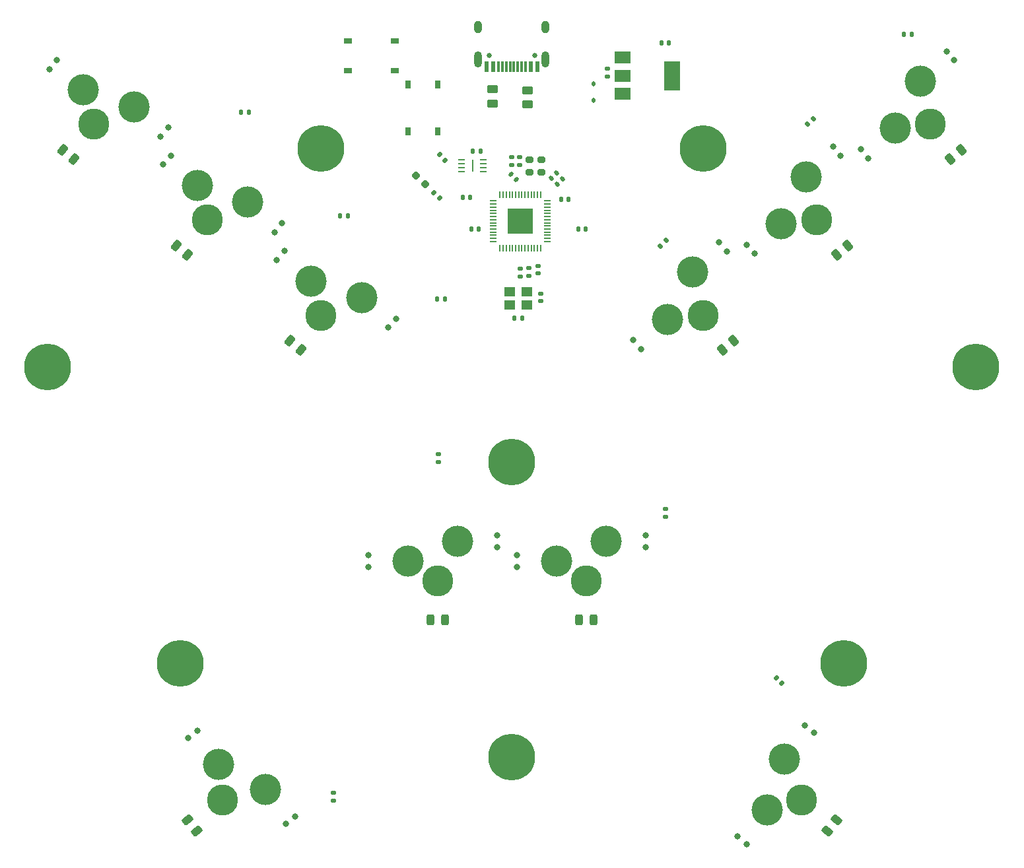
<source format=gbr>
%TF.GenerationSoftware,KiCad,Pcbnew,7.0.5*%
%TF.CreationDate,2023-07-04T17:16:00-06:00*%
%TF.ProjectId,keyboard,6b657962-6f61-4726-942e-6b696361645f,0.1*%
%TF.SameCoordinates,Original*%
%TF.FileFunction,Soldermask,Top*%
%TF.FilePolarity,Negative*%
%FSLAX46Y46*%
G04 Gerber Fmt 4.6, Leading zero omitted, Abs format (unit mm)*
G04 Created by KiCad (PCBNEW 7.0.5) date 2023-07-04 17:16:00*
%MOMM*%
%LPD*%
G01*
G04 APERTURE LIST*
G04 Aperture macros list*
%AMRoundRect*
0 Rectangle with rounded corners*
0 $1 Rounding radius*
0 $2 $3 $4 $5 $6 $7 $8 $9 X,Y pos of 4 corners*
0 Add a 4 corners polygon primitive as box body*
4,1,4,$2,$3,$4,$5,$6,$7,$8,$9,$2,$3,0*
0 Add four circle primitives for the rounded corners*
1,1,$1+$1,$2,$3*
1,1,$1+$1,$4,$5*
1,1,$1+$1,$6,$7*
1,1,$1+$1,$8,$9*
0 Add four rect primitives between the rounded corners*
20,1,$1+$1,$2,$3,$4,$5,0*
20,1,$1+$1,$4,$5,$6,$7,0*
20,1,$1+$1,$6,$7,$8,$9,0*
20,1,$1+$1,$8,$9,$2,$3,0*%
G04 Aperture macros list end*
%ADD10R,1.000000X0.750000*%
%ADD11C,6.000000*%
%ADD12C,3.987800*%
%ADD13C,0.800000*%
%ADD14C,4.000000*%
%ADD15RoundRect,0.140000X0.140000X0.170000X-0.140000X0.170000X-0.140000X-0.170000X0.140000X-0.170000X0*%
%ADD16RoundRect,0.135000X0.185000X-0.135000X0.185000X0.135000X-0.185000X0.135000X-0.185000X-0.135000X0*%
%ADD17RoundRect,0.243750X0.106549X-0.506187X0.479995X-0.192828X-0.106549X0.506187X-0.479995X0.192828X0*%
%ADD18RoundRect,0.135000X-0.185000X0.135000X-0.185000X-0.135000X0.185000X-0.135000X0.185000X0.135000X0*%
%ADD19RoundRect,0.135000X-0.226274X-0.035355X-0.035355X-0.226274X0.226274X0.035355X0.035355X0.226274X0*%
%ADD20RoundRect,0.135000X0.035355X-0.226274X0.226274X-0.035355X-0.035355X0.226274X-0.226274X0.035355X0*%
%ADD21RoundRect,0.140000X-0.140000X-0.170000X0.140000X-0.170000X0.140000X0.170000X-0.140000X0.170000X0*%
%ADD22RoundRect,0.200000X-0.275000X0.200000X-0.275000X-0.200000X0.275000X-0.200000X0.275000X0.200000X0*%
%ADD23RoundRect,0.243750X-0.479995X-0.192828X-0.106549X-0.506187X0.479995X0.192828X0.106549X0.506187X0*%
%ADD24RoundRect,0.140000X-0.170000X0.140000X-0.170000X-0.140000X0.170000X-0.140000X0.170000X0.140000X0*%
%ADD25RoundRect,0.140000X0.170000X-0.140000X0.170000X0.140000X-0.170000X0.140000X-0.170000X-0.140000X0*%
%ADD26RoundRect,0.243750X-0.506187X-0.106549X-0.192828X-0.479995X0.506187X0.106549X0.192828X0.479995X0*%
%ADD27R,0.812800X0.254000*%
%ADD28R,0.203200X1.600200*%
%ADD29RoundRect,0.140000X0.021213X-0.219203X0.219203X-0.021213X-0.021213X0.219203X-0.219203X0.021213X0*%
%ADD30RoundRect,0.243750X-0.243750X-0.456250X0.243750X-0.456250X0.243750X0.456250X-0.243750X0.456250X0*%
%ADD31RoundRect,0.135000X0.135000X0.185000X-0.135000X0.185000X-0.135000X-0.185000X0.135000X-0.185000X0*%
%ADD32RoundRect,0.135000X-0.135000X-0.185000X0.135000X-0.185000X0.135000X0.185000X-0.135000X0.185000X0*%
%ADD33RoundRect,0.243750X0.192828X-0.479995X0.506187X-0.106549X-0.192828X0.479995X-0.506187X0.106549X0*%
%ADD34RoundRect,0.050000X-0.387500X-0.050000X0.387500X-0.050000X0.387500X0.050000X-0.387500X0.050000X0*%
%ADD35RoundRect,0.050000X-0.050000X-0.387500X0.050000X-0.387500X0.050000X0.387500X-0.050000X0.387500X0*%
%ADD36R,3.200000X3.200000*%
%ADD37RoundRect,0.135000X0.226274X0.035355X0.035355X0.226274X-0.226274X-0.035355X-0.035355X-0.226274X0*%
%ADD38RoundRect,0.218750X-0.335876X-0.026517X-0.026517X-0.335876X0.335876X0.026517X0.026517X0.335876X0*%
%ADD39R,1.400000X1.200000*%
%ADD40RoundRect,0.140000X0.219203X0.021213X0.021213X0.219203X-0.219203X-0.021213X-0.021213X-0.219203X0*%
%ADD41RoundRect,0.250000X-0.450000X0.262500X-0.450000X-0.262500X0.450000X-0.262500X0.450000X0.262500X0*%
%ADD42R,2.000000X1.500000*%
%ADD43R,2.000000X3.800000*%
%ADD44R,0.750000X1.000000*%
%ADD45O,1.000000X2.100000*%
%ADD46O,1.000000X1.600000*%
%ADD47R,0.600000X1.450000*%
%ADD48R,0.300000X1.450000*%
%ADD49C,0.650000*%
%ADD50RoundRect,0.112500X-0.112500X0.187500X-0.112500X-0.187500X0.112500X-0.187500X0.112500X0.187500X0*%
G04 APERTURE END LIST*
D10*
%TO.C,SW12*%
X71930000Y-28605000D03*
X77930000Y-28605000D03*
X71930000Y-32355000D03*
X77930000Y-32355000D03*
%TD*%
D11*
%TO.C,REF\u002A\u002A*%
X92930000Y-120400000D03*
%TD*%
%TO.C,REF\u002A\u002A*%
X135450000Y-108400000D03*
%TD*%
%TO.C,REF\u002A\u002A*%
X50400000Y-108400000D03*
%TD*%
D12*
%TO.C,SW6*%
X83400000Y-97800000D03*
D13*
X74510000Y-94498000D03*
X74510000Y-96022000D03*
D14*
X79590000Y-95260000D03*
X85940000Y-92720000D03*
D13*
X91020000Y-91958000D03*
X91020000Y-93482000D03*
%TD*%
D12*
%TO.C,SW9*%
X132000000Y-51510000D03*
D13*
X123067380Y-54694903D03*
X124046989Y-55862355D03*
D14*
X127448690Y-52013268D03*
X130680392Y-45985814D03*
D13*
X134082093Y-42136727D03*
X135061702Y-43304179D03*
%TD*%
D11*
%TO.C,REF\u002A\u002A*%
X117450000Y-42400000D03*
%TD*%
%TO.C,REF\u002A\u002A*%
X68400000Y-42400000D03*
%TD*%
%TO.C,REF\u002A\u002A*%
X152450000Y-70400000D03*
%TD*%
%TO.C,REF\u002A\u002A*%
X92930000Y-82600000D03*
%TD*%
%TO.C,REF\u002A\u002A*%
X33400000Y-70400000D03*
%TD*%
D15*
%TO.C,C7*%
X87580000Y-48600000D03*
X86620000Y-48600000D03*
%TD*%
D16*
%TO.C,R4*%
X93980000Y-58803000D03*
X93980000Y-57783000D03*
%TD*%
D17*
%TO.C,D9*%
X119937722Y-68229764D03*
X121374056Y-67024538D03*
%TD*%
D18*
%TO.C,R11*%
X69990000Y-124990000D03*
X69990000Y-126010000D03*
%TD*%
D12*
%TO.C,SW8*%
X117406855Y-63755104D03*
D13*
X108474235Y-66940007D03*
X109453844Y-68107459D03*
D14*
X112855545Y-64258372D03*
X116087247Y-58230918D03*
D13*
X119488948Y-54381831D03*
X120468557Y-55549283D03*
%TD*%
D19*
%TO.C,R12*%
X126839376Y-110239376D03*
X127560624Y-110960624D03*
%TD*%
D15*
%TO.C,C14*%
X88872000Y-42672000D03*
X87912000Y-42672000D03*
%TD*%
D18*
%TO.C,R14*%
X112600000Y-88590000D03*
X112600000Y-89610000D03*
%TD*%
D12*
%TO.C,SW7*%
X102450000Y-97800000D03*
D13*
X93560000Y-94498000D03*
X93560000Y-96022000D03*
D14*
X98640000Y-95260000D03*
X104990000Y-92720000D03*
D13*
X110070000Y-91958000D03*
X110070000Y-93482000D03*
%TD*%
D20*
%TO.C,R16*%
X130839376Y-39260624D03*
X131560624Y-38539376D03*
%TD*%
D21*
%TO.C,C11*%
X99220000Y-48900000D03*
X100180000Y-48900000D03*
%TD*%
D22*
%TO.C,R5*%
X95199200Y-43777400D03*
X95199200Y-45427400D03*
%TD*%
D23*
%TO.C,D4*%
X64475944Y-67024538D03*
X65912278Y-68229764D03*
%TD*%
D21*
%TO.C,C10*%
X101420000Y-52700000D03*
X102380000Y-52700000D03*
%TD*%
D24*
%TO.C,C9*%
X95100000Y-57720000D03*
X95100000Y-58680000D03*
%TD*%
D23*
%TO.C,D3*%
X49882801Y-54779434D03*
X51319135Y-55984660D03*
%TD*%
D22*
%TO.C,R6*%
X96723200Y-43777400D03*
X96723200Y-45427400D03*
%TD*%
D20*
%TO.C,R15*%
X111939376Y-54860624D03*
X112660624Y-54139376D03*
%TD*%
D25*
%TO.C,C6*%
X92900000Y-44460000D03*
X92900000Y-43500000D03*
%TD*%
D26*
%TO.C,D5*%
X51295339Y-128470867D03*
X52500565Y-129907201D03*
%TD*%
D27*
%TO.C,U4*%
X86484200Y-43815000D03*
X86484200Y-44315001D03*
X86484200Y-44815001D03*
X86484200Y-45315002D03*
X89281000Y-45315002D03*
X89281000Y-44815001D03*
X89281000Y-44315001D03*
X89281000Y-43815000D03*
D28*
X87882600Y-44565001D03*
%TD*%
D29*
%TO.C,C3*%
X98720589Y-46923011D03*
X99399411Y-46244189D03*
%TD*%
D12*
%TO.C,SW11*%
X130080000Y-125940000D03*
D13*
X121836139Y-130627650D03*
X123003591Y-131607259D03*
D14*
X125685226Y-127225949D03*
X127821175Y-120728886D03*
D13*
X130502810Y-116347576D03*
X131670262Y-117327184D03*
%TD*%
D30*
%TO.C,D8*%
X101512500Y-102854600D03*
X103387500Y-102854600D03*
%TD*%
%TO.C,D7*%
X82462500Y-102854600D03*
X84337500Y-102854600D03*
%TD*%
D18*
%TO.C,R13*%
X83500000Y-81590000D03*
X83500000Y-82610000D03*
%TD*%
D15*
%TO.C,C15*%
X94206000Y-64135000D03*
X93246000Y-64135000D03*
%TD*%
D31*
%TO.C,R10*%
X84310000Y-61700000D03*
X83290000Y-61700000D03*
%TD*%
D12*
%TO.C,SW4*%
X68443146Y-63755103D03*
D13*
X63755496Y-55511242D03*
X62775887Y-56678694D03*
D14*
X67157197Y-59360329D03*
X73654260Y-61496278D03*
D13*
X78035570Y-64177913D03*
X77055962Y-65345365D03*
%TD*%
D24*
%TO.C,C12*%
X96300000Y-57420000D03*
X96300000Y-58380000D03*
%TD*%
D31*
%TO.C,R9*%
X71910000Y-51000000D03*
X70890000Y-51000000D03*
%TD*%
D32*
%TO.C,R17*%
X143190000Y-27700000D03*
X144210000Y-27700000D03*
%TD*%
D12*
%TO.C,SW5*%
X55770000Y-125940000D03*
D13*
X52585097Y-117007380D03*
X51417645Y-117986989D03*
D14*
X55266732Y-121388690D03*
X61294186Y-124620392D03*
D13*
X65143273Y-128022093D03*
X63975821Y-129001702D03*
%TD*%
D33*
%TO.C,D6*%
X133349435Y-129907201D03*
X134554661Y-128470867D03*
%TD*%
D19*
%TO.C,R3*%
X83639376Y-43139376D03*
X84360624Y-43860624D03*
%TD*%
D25*
%TO.C,C5*%
X93929200Y-44450000D03*
X93929200Y-43490000D03*
%TD*%
D31*
%TO.C,R8*%
X59186000Y-37719000D03*
X58166000Y-37719000D03*
%TD*%
D34*
%TO.C,U1*%
X90558500Y-49097500D03*
X90558500Y-49497500D03*
X90558500Y-49897500D03*
X90558500Y-50297500D03*
X90558500Y-50697500D03*
X90558500Y-51097500D03*
X90558500Y-51497500D03*
X90558500Y-51897500D03*
X90558500Y-52297500D03*
X90558500Y-52697500D03*
X90558500Y-53097500D03*
X90558500Y-53497500D03*
X90558500Y-53897500D03*
X90558500Y-54297500D03*
D35*
X91396000Y-55135000D03*
X91796000Y-55135000D03*
X92196000Y-55135000D03*
X92596000Y-55135000D03*
X92996000Y-55135000D03*
X93396000Y-55135000D03*
X93796000Y-55135000D03*
X94196000Y-55135000D03*
X94596000Y-55135000D03*
X94996000Y-55135000D03*
X95396000Y-55135000D03*
X95796000Y-55135000D03*
X96196000Y-55135000D03*
X96596000Y-55135000D03*
D34*
X97433500Y-54297500D03*
X97433500Y-53897500D03*
X97433500Y-53497500D03*
X97433500Y-53097500D03*
X97433500Y-52697500D03*
X97433500Y-52297500D03*
X97433500Y-51897500D03*
X97433500Y-51497500D03*
X97433500Y-51097500D03*
X97433500Y-50697500D03*
X97433500Y-50297500D03*
X97433500Y-49897500D03*
X97433500Y-49497500D03*
X97433500Y-49097500D03*
D35*
X96596000Y-48260000D03*
X96196000Y-48260000D03*
X95796000Y-48260000D03*
X95396000Y-48260000D03*
X94996000Y-48260000D03*
X94596000Y-48260000D03*
X94196000Y-48260000D03*
X93796000Y-48260000D03*
X93396000Y-48260000D03*
X92996000Y-48260000D03*
X92596000Y-48260000D03*
X92196000Y-48260000D03*
X91796000Y-48260000D03*
X91396000Y-48260000D03*
D36*
X93996000Y-51697500D03*
%TD*%
D23*
%TO.C,D2*%
X35289652Y-42534330D03*
X36725986Y-43739556D03*
%TD*%
D17*
%TO.C,D11*%
X149124015Y-43739557D03*
X150560349Y-42534331D03*
%TD*%
D37*
%TO.C,R7*%
X83660624Y-48760624D03*
X82939376Y-48039376D03*
%TD*%
D12*
%TO.C,SW3*%
X53850000Y-51510000D03*
D13*
X49162350Y-43266139D03*
X48182741Y-44433591D03*
D14*
X52564051Y-47115226D03*
X59061114Y-49251175D03*
D13*
X63442424Y-51932810D03*
X62462816Y-53100262D03*
%TD*%
D38*
%TO.C,D1*%
X80643153Y-45843153D03*
X81756847Y-46956847D03*
%TD*%
D15*
%TO.C,C8*%
X88680000Y-52700000D03*
X87720000Y-52700000D03*
%TD*%
D17*
%TO.C,D10*%
X134530867Y-55984660D03*
X135967201Y-54779434D03*
%TD*%
D39*
%TO.C,Y1*%
X92626000Y-62445000D03*
X94826000Y-62445000D03*
X94826000Y-60745000D03*
X92626000Y-60745000D03*
%TD*%
D29*
%TO.C,C4*%
X98009389Y-46211811D03*
X98688211Y-45532989D03*
%TD*%
D40*
%TO.C,C13*%
X93506611Y-46313411D03*
X92827789Y-45634589D03*
%TD*%
D12*
%TO.C,SW2*%
X39256853Y-39264893D03*
D13*
X34569203Y-31021032D03*
X33589594Y-32188484D03*
D14*
X37970904Y-34870119D03*
X44467967Y-37006068D03*
D13*
X48849277Y-39687703D03*
X47869669Y-40855155D03*
%TD*%
D25*
%TO.C,C16*%
X96647000Y-61948000D03*
X96647000Y-60988000D03*
%TD*%
D12*
%TO.C,SW10*%
X146593148Y-39264895D03*
D13*
X137660528Y-42449798D03*
X138640137Y-43617250D03*
D14*
X142041838Y-39768163D03*
X145273540Y-33740709D03*
D13*
X148675241Y-29891622D03*
X149654850Y-31059074D03*
%TD*%
D15*
%TO.C,C2*%
X112078103Y-28828999D03*
X113038103Y-28828999D03*
%TD*%
D41*
%TO.C,R1*%
X94900000Y-36712500D03*
X94900000Y-34887500D03*
%TD*%
D42*
%TO.C,U2*%
X107122102Y-35320000D03*
D43*
X113422102Y-33020000D03*
D42*
X107122102Y-33020000D03*
X107122102Y-30720000D03*
%TD*%
D25*
%TO.C,C1*%
X105192103Y-32159000D03*
X105192103Y-33119000D03*
%TD*%
D44*
%TO.C,SW1*%
X79625000Y-40200000D03*
X79625000Y-34200000D03*
X83375000Y-40200000D03*
X83375000Y-34200000D03*
%TD*%
D45*
%TO.C,J1*%
X88610000Y-30965000D03*
D46*
X88610000Y-26785000D03*
D45*
X97250000Y-30965000D03*
D46*
X97250000Y-26785000D03*
D47*
X96180000Y-31880000D03*
X95380000Y-31880000D03*
D48*
X94680000Y-31880000D03*
X93680000Y-31880000D03*
X92180000Y-31880000D03*
X91180000Y-31880000D03*
D47*
X90480000Y-31880000D03*
X89680000Y-31880000D03*
X89680000Y-31880000D03*
X90480000Y-31880000D03*
D48*
X91680000Y-31880000D03*
X92680000Y-31880000D03*
X93180000Y-31880000D03*
X94180000Y-31880000D03*
D47*
X95380000Y-31880000D03*
X96180000Y-31880000D03*
D49*
X90040000Y-30435000D03*
X95820000Y-30435000D03*
%TD*%
D50*
%TO.C,U3*%
X103372102Y-36169999D03*
X103372102Y-34069999D03*
%TD*%
D41*
%TO.C,R2*%
X90400000Y-36612500D03*
X90400000Y-34787500D03*
%TD*%
M02*

</source>
